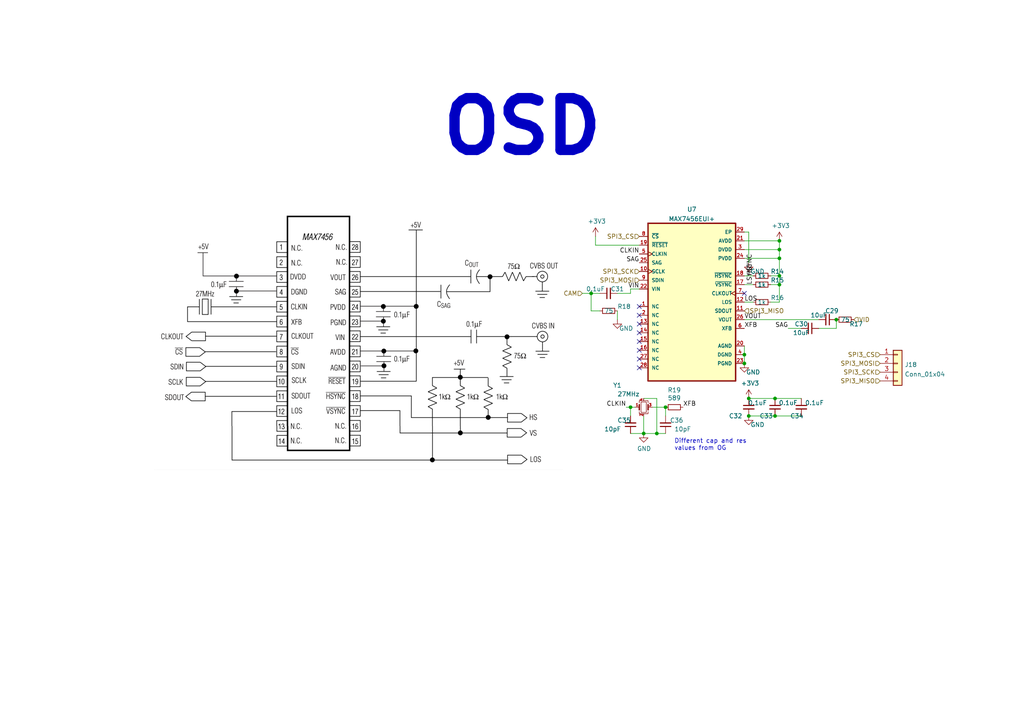
<source format=kicad_sch>
(kicad_sch (version 20211123) (generator eeschema)
  (paper "A4")
  (lib_symbols
    (symbol "Connector_Generic:Conn_01x04" (pin_names (offset 1.016) hide)
      (property "Reference" "J" (at 0 5.08 0))
      (property "Value" "Conn_01x04" (at 0 -7.62 0))
      (symbol "Conn_01x04_1_1"
        (rectangle (start -1.27 -4.953) (end 0 -5.207) (stroke (width 0.1524)))
        (rectangle (start -1.27 -2.413) (end 0 -2.667) (stroke (width 0.1524)))
        (rectangle (start -1.27 0.127) (end 0 -0.127) (stroke (width 0.1524)))
        (rectangle (start -1.27 2.667) (end 0 2.413) (stroke (width 0.1524)))
        (rectangle (start -1.27 3.81) (end 1.27 -6.35) (stroke (width 0.254)) (fill (type background)))
        (pin passive line (at -5.08 2.54 0) (length 3.81) (name "Pin_1") (number "1"))
        (pin passive line (at -5.08 0 0) (length 3.81) (name "Pin_2") (number "2"))
        (pin passive line (at -5.08 -2.54 0) (length 3.81) (name "Pin_3") (number "3"))
        (pin passive line (at -5.08 -5.08 0) (length 3.81) (name "Pin_4") (number "4"))
      )
    )
    (symbol "Device:C_Small" (pin_numbers hide) (pin_names (offset 0.254) hide)
      (property "Reference" "C" (at 0.254 1.778 0))
      (property "Value" "C_Small" (at 0.254 -2.032 0))
      (symbol "C_Small_0_1"
        (polyline (pts (xy -1.524 -0.508) (xy 1.524 -0.508)) (stroke (width 0.3302)))
        (polyline (pts (xy -1.524 0.508) (xy 1.524 0.508)) (stroke (width 0.3048)))
      )
      (symbol "C_Small_1_1"
        (pin passive line (at 0 2.54 270) (length 2.032) (name "~") (number "1"))
        (pin passive line (at 0 -2.54 90) (length 2.032) (name "~") (number "2"))
      )
    )
    (symbol "Device:Crystal_GND24_Small" (pin_names (offset 1.016) hide)
      (property "Reference" "Y" (at 1.27 4.445 0))
      (property "Value" "Crystal_GND24_Small" (at 1.27 2.54 0))
      (symbol "Crystal_GND24_Small_0_1"
        (rectangle (start -0.762 -1.524) (end 0.762 1.524))
        (polyline (pts (xy -1.27 -0.762) (xy -1.27 0.762)) (stroke (width 0.381)))
        (polyline (pts (xy 1.27 -0.762) (xy 1.27 0.762)) (stroke (width 0.381)))
        (polyline (pts (xy -1.27 -1.27) (xy -1.27 -1.905) (xy 1.27 -1.905) (xy 1.27 -1.27)))
        (polyline (pts (xy -1.27 1.27) (xy -1.27 1.905) (xy 1.27 1.905) (xy 1.27 1.27)))
      )
      (symbol "Crystal_GND24_Small_1_1"
        (pin passive line (at -2.54 0 0) (length 1.27) (name "1") (number "1"))
        (pin passive line (at 0 -2.54 90) (length 0.635) (name "2") (number "2"))
        (pin passive line (at 2.54 0 180) (length 1.27) (name "3") (number "3"))
        (pin passive line (at 0 2.54 270) (length 0.635) (name "4") (number "4"))
      )
    )
    (symbol "Device:R_Small" (pin_numbers hide) (pin_names (offset 0.254) hide)
      (property "Reference" "R" (at 0.762 0.508 0))
      (property "Value" "R_Small" (at 0.762 -1.016 0))
      (symbol "R_Small_0_1"
        (rectangle (start -0.762 1.778) (end 0.762 -1.778) (stroke (width 0.2032)))
      )
      (symbol "R_Small_1_1"
        (pin passive line (at 0 2.54 270) (length 0.762) (name "~") (number "1"))
        (pin passive line (at 0 -2.54 90) (length 0.762) (name "~") (number "2"))
      )
    )
    (symbol "JPW_Symbols:MAX7456EUI+" (pin_names (offset 1.016))
      (property "Reference" "U" (at -12.7 23.8506 0))
      (property "Value" "MAX7456EUI+" (at -12.7 -26.8478 0))
      (symbol "MAX7456EUI+_0_0"
        (rectangle (start -12.7 -22.86) (end 12.7 22.86) (stroke (width 0.4064)) (fill (type background)))
        (pin power_in line (at -15.24 -1.27 0) (length 2.54) (name "NC") (number "1"))
        (pin input clock (at -15.24 8.89 0) (length 2.54) (name "SCLK") (number "10"))
        (pin output line (at 15.24 -2.54 180) (length 2.54) (name "SDOUT") (number "11"))
        (pin output line (at 15.24 0 180) (length 2.54) (name "LOS") (number "12"))
        (pin power_in line (at -15.24 -6.35 0) (length 2.54) (name "NC") (number "13"))
        (pin power_in line (at -15.24 -8.89 0) (length 2.54) (name "NC") (number "14"))
        (pin power_in line (at -15.24 -11.43 0) (length 2.54) (name "NC") (number "15"))
        (pin power_in line (at -15.24 -13.97 0) (length 2.54) (name "NC") (number "16"))
        (pin output line (at 15.24 5.08 180) (length 2.54) (name "~{VSYNC}") (number "17"))
        (pin output line (at 15.24 7.62 180) (length 2.54) (name "~{HSYNC}") (number "18"))
        (pin input line (at -15.24 16.51 0) (length 2.54) (name "~{RESET}") (number "19"))
        (pin power_in line (at -15.24 -3.81 0) (length 2.54) (name "NC") (number "2"))
        (pin power_in line (at 15.24 -12.7 180) (length 2.54) (name "AGND") (number "20"))
        (pin power_in line (at 15.24 17.78 180) (length 2.54) (name "AVDD") (number "21"))
        (pin input line (at -15.24 3.81 0) (length 2.54) (name "VIN") (number "22"))
        (pin power_in line (at 15.24 -17.78 180) (length 2.54) (name "PGND") (number "23"))
        (pin power_in line (at 15.24 12.7 180) (length 2.54) (name "PVDD") (number "24"))
        (pin input line (at -15.24 11.43 0) (length 2.54) (name "SAG") (number "25"))
        (pin output line (at 15.24 -5.08 180) (length 2.54) (name "VOUT") (number "26"))
        (pin power_in line (at -15.24 -16.51 0) (length 2.54) (name "NC") (number "27"))
        (pin power_in line (at -15.24 -19.05 0) (length 2.54) (name "NC") (number "28"))
        (pin power_in line (at 15.24 20.32 180) (length 2.54) (name "EP") (number "29"))
        (pin power_in line (at 15.24 15.24 180) (length 2.54) (name "DVDD") (number "3"))
        (pin power_in line (at 15.24 -15.24 180) (length 2.54) (name "DGND") (number "4"))
        (pin input clock (at -15.24 13.97 0) (length 2.54) (name "CLKIN") (number "5"))
        (pin output line (at 15.24 -7.62 180) (length 2.54) (name "XFB") (number "6"))
        (pin output clock (at 15.24 2.54 180) (length 2.54) (name "CLKOUT") (number "7"))
        (pin input line (at -15.24 19.05 0) (length 2.54) (name "~{CS}") (number "8"))
        (pin input line (at -15.24 6.35 0) (length 2.54) (name "SDIN") (number "9"))
      )
    )
    (symbol "power:+3V3" (power) (pin_names (offset 0))
      (property "Value" "+3V3" (at 0 3.556 0))
      (symbol "+3V3_0_1"
        (polyline (pts (xy -0.762 1.27) (xy 0 2.54)))
        (polyline (pts (xy 0 0) (xy 0 2.54)))
        (polyline (pts (xy 0 2.54) (xy 0.762 1.27)))
      )
      (symbol "+3V3_1_1"
        (pin power_in line (at 0 0 90) (length 0) hide (name "+3V3") (number "1"))
      )
    )
    (symbol "power:GND" (power) (pin_names (offset 0))
      (property "Value" "GND" (at 0 -3.81 0))
      (symbol "GND_0_1"
        (polyline (pts (xy 0 0) (xy 0 -1.27) (xy 1.27 -1.27) (xy 0 -2.54) (xy -1.27 -1.27) (xy 0 -1.27)))
      )
      (symbol "GND_1_1"
        (pin power_in line (at 0 0 270) (length 0) hide (name "GND") (number "1"))
      )
    )
  )
  (junction (at 226.06 72.39))
  (junction (at 226.06 80.01))
  (junction (at 193.04 118.11))
  (junction (at 224.79 120.65))
  (junction (at 171.45 85.09))
  (junction (at 215.9 102.87))
  (junction (at 190.5 125.73))
  (junction (at 217.17 120.65))
  (junction (at 242.57 92.71))
  (junction (at 224.79 115.57))
  (junction (at 215.9 105.41))
  (junction (at 186.69 125.73))
  (junction (at 226.06 69.85))
  (junction (at 226.06 74.93))
  (junction (at 226.06 82.55))
  (junction (at 217.17 115.57))
  (junction (at 182.88 118.11))
  (no_connect (at 185.42 93.98))
  (no_connect (at 185.42 96.52))
  (no_connect (at 185.42 99.06))
  (no_connect (at 185.42 104.14))
  (no_connect (at 185.42 101.6))
  (no_connect (at 185.42 106.68))
  (no_connect (at 185.42 91.44))
  (no_connect (at 185.42 88.9))
  (no_connect (at 215.9 85.09))
  (wire (pts (xy 217.17 120.65) (xy 224.79 120.65)))
  (wire (pts (xy 181.61 118.11) (xy 182.88 118.11)))
  (wire (pts (xy 217.17 67.31) (xy 215.9 67.31)))
  (wire (pts (xy 217.17 115.57) (xy 224.79 115.57)))
  (wire (pts (xy 186.69 115.57) (xy 190.5 115.57)))
  (wire (pts (xy 171.45 90.17) (xy 173.99 90.17)))
  (wire (pts (xy 226.06 74.93) (xy 226.06 80.01)))
  (wire (pts (xy 172.72 68.58) (xy 172.72 71.12)))
  (wire (pts (xy 226.06 74.93) (xy 226.06 72.39)))
  (wire (pts (xy 215.9 102.87) (xy 215.9 105.41)))
  (wire (pts (xy 228.6 95.25) (xy 232.41 95.25)))
  (wire (pts (xy 226.06 87.63) (xy 226.06 82.55)))
  (wire (pts (xy 223.52 82.55) (xy 226.06 82.55)))
  (wire (pts (xy 224.79 115.57) (xy 232.41 115.57)))
  (wire (pts (xy 215.9 100.33) (xy 215.9 102.87)))
  (wire (pts (xy 223.52 87.63) (xy 226.06 87.63)))
  (wire (pts (xy 215.9 74.93) (xy 226.06 74.93)))
  (wire (pts (xy 190.5 125.73) (xy 193.04 125.73)))
  (wire (pts (xy 215.9 87.63) (xy 218.44 87.63)))
  (wire (pts (xy 217.17 76.2) (xy 217.17 67.31)))
  (wire (pts (xy 179.07 85.09) (xy 182.88 85.09)))
  (wire (pts (xy 215.9 80.01) (xy 218.44 80.01)))
  (wire (pts (xy 226.06 82.55) (xy 226.06 80.01)))
  (wire (pts (xy 182.88 83.82) (xy 185.42 83.82)))
  (wire (pts (xy 186.69 125.73) (xy 190.5 125.73)))
  (wire (pts (xy 237.49 95.25) (xy 242.57 95.25)))
  (wire (pts (xy 168.91 85.09) (xy 171.45 85.09)))
  (wire (pts (xy 179.07 90.17) (xy 179.07 92.71)))
  (wire (pts (xy 182.88 125.73) (xy 186.69 125.73)))
  (wire (pts (xy 182.88 85.09) (xy 182.88 83.82)))
  (wire (pts (xy 242.57 92.71) (xy 242.57 95.25)))
  (wire (pts (xy 171.45 85.09) (xy 173.99 85.09)))
  (wire (pts (xy 193.04 118.11) (xy 193.04 120.65)))
  (wire (pts (xy 215.9 82.55) (xy 218.44 82.55)))
  (wire (pts (xy 223.52 80.01) (xy 226.06 80.01)))
  (wire (pts (xy 226.06 72.39) (xy 226.06 69.85)))
  (wire (pts (xy 215.9 72.39) (xy 226.06 72.39)))
  (wire (pts (xy 182.88 118.11) (xy 184.15 118.11)))
  (wire (pts (xy 224.79 120.65) (xy 232.41 120.65)))
  (wire (pts (xy 215.9 69.85) (xy 226.06 69.85)))
  (wire (pts (xy 189.23 118.11) (xy 193.04 118.11)))
  (wire (pts (xy 190.5 115.57) (xy 190.5 125.73)))
  (wire (pts (xy 237.49 92.71) (xy 215.9 92.71)))
  (wire (pts (xy 186.69 120.65) (xy 186.69 125.73)))
  (wire (pts (xy 182.88 118.11) (xy 182.88 120.65)))
  (wire (pts (xy 172.72 71.12) (xy 185.42 71.12)))
  (wire (pts (xy 171.45 85.09) (xy 171.45 90.17)))
  (image (at 104.14 97.79) (scale 0.75))
  (text "Different cap and res \nvalues from OG" (at 195.58 130.81 0) (effects (font (size 1.27 1.27)) (justify left bottom)))
  (text "OSD" (at 127 45.72 0) (effects (font (size 15.0114 15.0114) (thickness 3.0023) bold) (justify left bottom)))
  (label "SAG" (at 185.42 76.2 180))
  (label "CLKIN" (at 185.42 73.66 180))
  (label "SAG" (at 228.6 95.25 180))
  (label "HSYNC" (at 218.44 80.01 90))
  (label "CLKIN" (at 181.61 118.11 180))
  (label "LOS" (at 215.9 87.63 0))
  (label "XFB" (at 198.12 118.11 0))
  (label "LSYNC" (at 218.44 82.55 90))
  (label "VIN" (at 185.42 83.82 180))
  (label "VOUT" (at 215.9 92.71 0))
  (label "XFB" (at 215.9 95.25 0))
  (hierarchical_label "SPI3_CS" (shape input) (at 185.42 68.58 180))
  (hierarchical_label "SPI3_MOSI" (shape input) (at 185.42 81.28 180))
  (hierarchical_label "VID" (shape input) (at 247.65 92.71 0))
  (hierarchical_label "SPI3_MISO" (shape input) (at 255.27 110.49 180))
  (hierarchical_label "CAM" (shape input) (at 168.91 85.09 180))
  (hierarchical_label "SPI3_MISO" (shape input) (at 215.9 90.17 0))
  (hierarchical_label "SPI3_MOSI" (shape input) (at 255.27 105.41 180))
  (hierarchical_label "SPI3_SCK" (shape input) (at 185.42 78.74 180))
  (hierarchical_label "SPI3_SCK" (shape input) (at 255.27 107.95 180))
  (hierarchical_label "SPI3_CS" (shape input) (at 255.27 102.87 180))
  (symbol (lib_id "Device:Crystal_GND24_Small") (at 186.69 118.11 0) (unit 1)
    (property "Reference" "Y1" (at 177.8 111.76 0) (effects (justify left)))
    (property "Value" "27MHz" (at 179.07 114.3 0) (effects (justify left)))
    (property "Footprint" "Oscillator:Oscillator_SMD_Abracon_ASE-4Pin_3.2x2.5mm" (effects hide))
  )
  (symbol (lib_id "Device:C_Small") (at 182.88 123.19 180) (unit 1)
    (property "Reference" "C35" (at 179.07 121.92 0) (effects (justify right)))
    (property "Value" "10pF" (at 175.26 124.46 0) (effects (justify right)))
    (property "Footprint" "Capacitor_SMD:C_0402_1005Metric" (effects hide))
  )
  (symbol (lib_id "Device:C_Small") (at 193.04 123.19 180) (unit 1)
    (property "Reference" "C36" (at 194.31 121.92 0) (effects (justify right)))
    (property "Value" "10pF" (at 195.58 124.46 0) (effects (justify right)))
    (property "Footprint" "Capacitor_SMD:C_0402_1005Metric" (effects hide))
  )
  (symbol (lib_id "power:GND") (at 186.69 125.73 0) (unit 1)
    (property "Reference" "#PWR063" (effects hide))
    (property "Value" "GND" (at 186.817 130.1242 0))
  )
  (symbol (lib_id "Device:R_Small") (at 195.58 118.11 270) (unit 1)
    (property "Reference" "R19" (at 195.58 113.1316 90))
    (property "Value" "589" (at 195.58 115.443 90))
    (property "Footprint" "Resistor_SMD:R_0402_1005Metric" (effects hide))
  )
  (symbol (lib_id "Device:C_Small") (at 217.17 118.11 0) (unit 1)
    (property "Reference" "C32" (at 213.36 120.65 0))
    (property "Value" "0.1uF" (at 219.71 116.84 0))
    (property "Footprint" "Capacitor_SMD:C_0402_1005Metric" (effects hide))
  )
  (symbol (lib_id "Device:C_Small") (at 224.79 118.11 0) (unit 1)
    (property "Reference" "C33" (at 222.25 120.65 0))
    (property "Value" "0.1uF" (at 228.6 116.84 0))
    (property "Footprint" "Capacitor_SMD:C_0402_1005Metric" (effects hide))
  )
  (symbol (lib_id "Device:C_Small") (at 232.41 118.11 0) (unit 1)
    (property "Reference" "C34" (at 231.14 120.65 0))
    (property "Value" "0.1uF" (at 236.22 116.84 0))
    (property "Footprint" "Capacitor_SMD:C_0402_1005Metric" (effects hide))
  )
  (symbol (lib_id "power:+3V3") (at 217.17 115.57 0) (unit 1)
    (property "Reference" "#PWR061" (effects hide))
    (property "Value" "+3V3" (at 217.551 111.1758 0))
  )
  (symbol (lib_id "power:GND") (at 217.17 120.65 0) (unit 1)
    (property "Reference" "#PWR062" (effects hide))
    (property "Value" "GND" (at 219.71 123.19 0))
  )
  (symbol (lib_id "power:GND") (at 179.07 92.71 0) (unit 1)
    (property "Reference" "#PWR060" (effects hide))
    (property "Value" "GND" (at 181.61 95.25 0))
  )
  (symbol (lib_id "Device:R_Small") (at 176.53 90.17 270) (unit 1)
    (property "Reference" "R18" (at 179.07 88.9 90) (effects (justify left)))
    (property "Value" "75" (at 175.26 90.17 90) (effects (justify left)))
    (property "Footprint" "Resistor_SMD:R_0402_1005Metric" (effects hide))
  )
  (symbol (lib_id "power:GND") (at 217.17 76.2 0) (unit 1)
    (property "Reference" "#PWR057" (effects hide))
    (property "Value" "GND" (at 219.71 78.74 0))
  )
  (symbol (lib_id "power:+3V3") (at 226.06 69.85 0) (unit 1)
    (property "Reference" "#PWR056" (effects hide))
    (property "Value" "+3V3" (at 226.441 65.4558 0))
  )
  (symbol (lib_id "power:+3V3") (at 172.72 68.58 0) (unit 1)
    (property "Reference" "#PWR058" (effects hide))
    (property "Value" "+3V3" (at 173.101 64.1858 0))
  )
  (symbol (lib_id "power:GND") (at 215.9 105.41 0) (unit 1)
    (property "Reference" "#PWR059" (effects hide))
    (property "Value" "GND" (at 218.44 107.95 0))
  )
  (symbol (lib_id "Device:R_Small") (at 220.98 87.63 270) (unit 1)
    (property "Reference" "R16" (at 223.52 86.36 90) (effects (justify left)))
    (property "Value" "1k" (at 219.71 87.63 90) (effects (justify left)))
    (property "Footprint" "Resistor_SMD:R_0402_1005Metric" (effects hide))
  )
  (symbol (lib_id "Device:R_Small") (at 220.98 82.55 270) (unit 1)
    (property "Reference" "R15" (at 223.52 81.28 90) (effects (justify left)))
    (property "Value" "1k" (at 219.71 82.55 90) (effects (justify left)))
    (property "Footprint" "Resistor_SMD:R_0402_1005Metric" (effects hide))
  )
  (symbol (lib_id "Device:R_Small") (at 220.98 80.01 270) (unit 1)
    (property "Reference" "R14" (at 223.52 78.74 90) (effects (justify left)))
    (property "Value" "1k" (at 219.71 80.01 90) (effects (justify left)))
    (property "Footprint" "Resistor_SMD:R_0402_1005Metric" (effects hide))
  )
  (symbol (lib_id "Device:C_Small") (at 234.95 95.25 270) (unit 1)
    (property "Reference" "C30" (at 232.41 93.98 90))
    (property "Value" "10uF" (at 232.41 96.52 90))
    (property "Footprint" "Capacitor_SMD:C_0402_1005Metric" (effects hide))
  )
  (symbol (lib_id "Device:C_Small") (at 240.03 92.71 270) (unit 1)
    (property "Reference" "C29" (at 241.3 90.17 90))
    (property "Value" "10uF" (at 237.49 91.44 90))
    (property "Footprint" "Capacitor_SMD:C_0402_1005Metric" (effects hide))
  )
  (symbol (lib_id "Device:R_Small") (at 245.11 92.71 270) (unit 1)
    (property "Reference" "R17" (at 246.38 93.98 90) (effects (justify left)))
    (property "Value" "75" (at 243.84 92.71 90) (effects (justify left)))
    (property "Footprint" "Resistor_SMD:R_0402_1005Metric" (effects hide))
  )
  (symbol (lib_id "Device:C_Small") (at 176.53 85.09 90) (unit 1)
    (property "Reference" "C31" (at 179.07 83.82 90))
    (property "Value" "0.1uF" (at 172.72 83.82 90))
    (property "Footprint" "Capacitor_SMD:C_0402_1005Metric" (effects hide))
  )
  (symbol (lib_id "JPW_Symbols:MAX7456EUI+") (at 200.66 87.63 0) (unit 1)
    (property "Reference" "U7" (at 200.66 60.7273 0))
    (property "Value" "MAX7456EUI+" (at 200.66 63.5024 0))
    (property "Footprint" "JPW_Footprints:MAX7456" (effects hide))
  )
  (symbol (lib_id "Connector_Generic:Conn_01x04") (at 260.35 105.41 0) (unit 1)
    (property "Reference" "J18" (at 262.382 105.7715 0) (effects (justify left)))
    (property "Value" "Conn_01x04" (at 262.382 108.5466 0) (effects (justify left)))
    (property "Footprint" "MyConnectors:SPI_Probe" (effects hide))
  )
)
</source>
